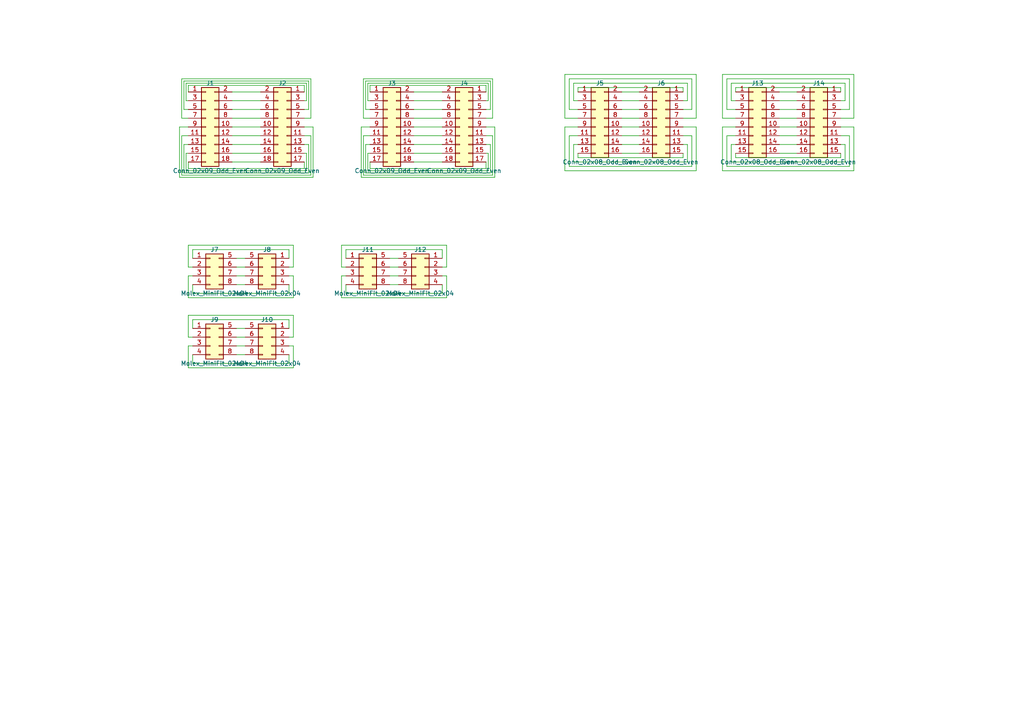
<source format=kicad_sch>
(kicad_sch (version 20230121) (generator eeschema)
  (paper "A4")
  (lib_symbols
    (symbol "Back-Connector-Board-rescue:Conn_02x04_Top_Bottom" (pin_names (offset 1.016) hide)
      (property "Reference" "J" (at 1.27 5.08 0))
      (property "Value" "Conn_02x04_Top_Bottom" (at 1.27 -7.62 0))
      (symbol "Conn_02x04_Top_Bottom_1_1"
        (rectangle (start -1.27 -4.953) (end 0 -5.207) (stroke (width 0.1524)))
        (rectangle (start -1.27 -2.413) (end 0 -2.667) (stroke (width 0.1524)))
        (rectangle (start -1.27 0.127) (end 0 -0.127) (stroke (width 0.1524)))
        (rectangle (start -1.27 2.667) (end 0 2.413) (stroke (width 0.1524)))
        (rectangle (start -1.27 3.81) (end 3.81 -6.35) (stroke (width 0.254)) (fill (type background)))
        (rectangle (start 3.81 -4.953) (end 2.54 -5.207) (stroke (width 0.1524)))
        (rectangle (start 3.81 -2.413) (end 2.54 -2.667) (stroke (width 0.1524)))
        (rectangle (start 3.81 0.127) (end 2.54 -0.127) (stroke (width 0.1524)))
        (rectangle (start 3.81 2.667) (end 2.54 2.413) (stroke (width 0.1524)))
        (pin passive line (at -5.08 2.54 0) (length 3.81) (name "Pin_1") (number "1"))
        (pin passive line (at -5.08 0 0) (length 3.81) (name "Pin_2") (number "2"))
        (pin passive line (at -5.08 -2.54 0) (length 3.81) (name "Pin_3") (number "3"))
        (pin passive line (at -5.08 -5.08 0) (length 3.81) (name "Pin_4") (number "4"))
        (pin passive line (at 7.62 2.54 180) (length 3.81) (name "Pin_5") (number "5"))
        (pin passive line (at 7.62 0 180) (length 3.81) (name "Pin_6") (number "6"))
        (pin passive line (at 7.62 -2.54 180) (length 3.81) (name "Pin_7") (number "7"))
        (pin passive line (at 7.62 -5.08 180) (length 3.81) (name "Pin_8") (number "8"))
      )
    )
    (symbol "Back-Connector-Board-rescue:Conn_02x08_Odd_Even" (pin_names (offset 1.016) hide)
      (property "Reference" "J" (at 1.27 10.16 0))
      (property "Value" "Conn_02x08_Odd_Even" (at 1.27 -12.7 0))
      (symbol "Conn_02x08_Odd_Even_1_1"
        (rectangle (start -1.27 -10.033) (end 0 -10.287) (stroke (width 0.1524)))
        (rectangle (start -1.27 -7.493) (end 0 -7.747) (stroke (width 0.1524)))
        (rectangle (start -1.27 -4.953) (end 0 -5.207) (stroke (width 0.1524)))
        (rectangle (start -1.27 -2.413) (end 0 -2.667) (stroke (width 0.1524)))
        (rectangle (start -1.27 0.127) (end 0 -0.127) (stroke (width 0.1524)))
        (rectangle (start -1.27 2.667) (end 0 2.413) (stroke (width 0.1524)))
        (rectangle (start -1.27 5.207) (end 0 4.953) (stroke (width 0.1524)))
        (rectangle (start -1.27 7.747) (end 0 7.493) (stroke (width 0.1524)))
        (rectangle (start -1.27 8.89) (end 3.81 -11.43) (stroke (width 0.254)) (fill (type background)))
        (rectangle (start 3.81 -10.033) (end 2.54 -10.287) (stroke (width 0.1524)))
        (rectangle (start 3.81 -7.493) (end 2.54 -7.747) (stroke (width 0.1524)))
        (rectangle (start 3.81 -4.953) (end 2.54 -5.207) (stroke (width 0.1524)))
        (rectangle (start 3.81 -2.413) (end 2.54 -2.667) (stroke (width 0.1524)))
        (rectangle (start 3.81 0.127) (end 2.54 -0.127) (stroke (width 0.1524)))
        (rectangle (start 3.81 2.667) (end 2.54 2.413) (stroke (width 0.1524)))
        (rectangle (start 3.81 5.207) (end 2.54 4.953) (stroke (width 0.1524)))
        (rectangle (start 3.81 7.747) (end 2.54 7.493) (stroke (width 0.1524)))
        (pin passive line (at -5.08 7.62 0) (length 3.81) (name "Pin_1") (number "1"))
        (pin passive line (at 7.62 -2.54 180) (length 3.81) (name "Pin_10") (number "10"))
        (pin passive line (at -5.08 -5.08 0) (length 3.81) (name "Pin_11") (number "11"))
        (pin passive line (at 7.62 -5.08 180) (length 3.81) (name "Pin_12") (number "12"))
        (pin passive line (at -5.08 -7.62 0) (length 3.81) (name "Pin_13") (number "13"))
        (pin passive line (at 7.62 -7.62 180) (length 3.81) (name "Pin_14") (number "14"))
        (pin passive line (at -5.08 -10.16 0) (length 3.81) (name "Pin_15") (number "15"))
        (pin passive line (at 7.62 -10.16 180) (length 3.81) (name "Pin_16") (number "16"))
        (pin passive line (at 7.62 7.62 180) (length 3.81) (name "Pin_2") (number "2"))
        (pin passive line (at -5.08 5.08 0) (length 3.81) (name "Pin_3") (number "3"))
        (pin passive line (at 7.62 5.08 180) (length 3.81) (name "Pin_4") (number "4"))
        (pin passive line (at -5.08 2.54 0) (length 3.81) (name "Pin_5") (number "5"))
        (pin passive line (at 7.62 2.54 180) (length 3.81) (name "Pin_6") (number "6"))
        (pin passive line (at -5.08 0 0) (length 3.81) (name "Pin_7") (number "7"))
        (pin passive line (at 7.62 0 180) (length 3.81) (name "Pin_8") (number "8"))
        (pin passive line (at -5.08 -2.54 0) (length 3.81) (name "Pin_9") (number "9"))
      )
    )
    (symbol "Back-Connector-Board-rescue:Conn_02x09_Odd_Even" (pin_names (offset 1.016) hide)
      (property "Reference" "J" (at 1.27 12.7 0))
      (property "Value" "Conn_02x09_Odd_Even" (at 1.27 -12.7 0))
      (symbol "Conn_02x09_Odd_Even_1_1"
        (rectangle (start -1.27 -10.033) (end 0 -10.287) (stroke (width 0.1524)))
        (rectangle (start -1.27 -7.493) (end 0 -7.747) (stroke (width 0.1524)))
        (rectangle (start -1.27 -4.953) (end 0 -5.207) (stroke (width 0.1524)))
        (rectangle (start -1.27 -2.413) (end 0 -2.667) (stroke (width 0.1524)))
        (rectangle (start -1.27 0.127) (end 0 -0.127) (stroke (width 0.1524)))
        (rectangle (start -1.27 2.667) (end 0 2.413) (stroke (width 0.1524)))
        (rectangle (start -1.27 5.207) (end 0 4.953) (stroke (width 0.1524)))
        (rectangle (start -1.27 7.747) (end 0 7.493) (stroke (width 0.1524)))
        (rectangle (start -1.27 10.287) (end 0 10.033) (stroke (width 0.1524)))
        (rectangle (start -1.27 11.43) (end 3.81 -11.43) (stroke (width 0.254)) (fill (type background)))
        (rectangle (start 3.81 -10.033) (end 2.54 -10.287) (stroke (width 0.1524)))
        (rectangle (start 3.81 -7.493) (end 2.54 -7.747) (stroke (width 0.1524)))
        (rectangle (start 3.81 -4.953) (end 2.54 -5.207) (stroke (width 0.1524)))
        (rectangle (start 3.81 -2.413) (end 2.54 -2.667) (stroke (width 0.1524)))
        (rectangle (start 3.81 0.127) (end 2.54 -0.127) (stroke (width 0.1524)))
        (rectangle (start 3.81 2.667) (end 2.54 2.413) (stroke (width 0.1524)))
        (rectangle (start 3.81 5.207) (end 2.54 4.953) (stroke (width 0.1524)))
        (rectangle (start 3.81 7.747) (end 2.54 7.493) (stroke (width 0.1524)))
        (rectangle (start 3.81 10.287) (end 2.54 10.033) (stroke (width 0.1524)))
        (pin passive line (at -5.08 10.16 0) (length 3.81) (name "Pin_1") (number "1"))
        (pin passive line (at 7.62 0 180) (length 3.81) (name "Pin_10") (number "10"))
        (pin passive line (at -5.08 -2.54 0) (length 3.81) (name "Pin_11") (number "11"))
        (pin passive line (at 7.62 -2.54 180) (length 3.81) (name "Pin_12") (number "12"))
        (pin passive line (at -5.08 -5.08 0) (length 3.81) (name "Pin_13") (number "13"))
        (pin passive line (at 7.62 -5.08 180) (length 3.81) (name "Pin_14") (number "14"))
        (pin passive line (at -5.08 -7.62 0) (length 3.81) (name "Pin_15") (number "15"))
        (pin passive line (at 7.62 -7.62 180) (length 3.81) (name "Pin_16") (number "16"))
        (pin passive line (at -5.08 -10.16 0) (length 3.81) (name "Pin_17") (number "17"))
        (pin passive line (at 7.62 -10.16 180) (length 3.81) (name "Pin_18") (number "18"))
        (pin passive line (at 7.62 10.16 180) (length 3.81) (name "Pin_2") (number "2"))
        (pin passive line (at -5.08 7.62 0) (length 3.81) (name "Pin_3") (number "3"))
        (pin passive line (at 7.62 7.62 180) (length 3.81) (name "Pin_4") (number "4"))
        (pin passive line (at -5.08 5.08 0) (length 3.81) (name "Pin_5") (number "5"))
        (pin passive line (at 7.62 5.08 180) (length 3.81) (name "Pin_6") (number "6"))
        (pin passive line (at -5.08 2.54 0) (length 3.81) (name "Pin_7") (number "7"))
        (pin passive line (at 7.62 2.54 180) (length 3.81) (name "Pin_8") (number "8"))
        (pin passive line (at -5.08 0 0) (length 3.81) (name "Pin_9") (number "9"))
      )
    )
  )
  (wire (pts (xy 55.88 100.33) (xy 54.61 100.33)))
  (wire (pts (xy 246.38 48.26) (xy 210.82 48.26)))
  (wire (pts (xy 90.17 50.8) (xy 90.17 39.37)))
  (wire (pts (xy 213.36 29.21) (xy 212.09 29.21)))
  (wire (pts (xy 106.68 49.53) (xy 141.605 49.53)))
  (wire (pts (xy 246.38 31.75) (xy 246.38 22.86)))
  (wire (pts (xy 54.61 97.79) (xy 55.88 97.79)))
  (wire (pts (xy 85.09 71.12) (xy 54.61 71.12)))
  (wire (pts (xy 129.54 86.36) (xy 129.54 80.01)))
  (wire (pts (xy 198.12 25.4) (xy 167.64 25.4)))
  (wire (pts (xy 210.82 48.26) (xy 210.82 39.37)))
  (wire (pts (xy 53.975 29.21) (xy 53.975 24.13)))
  (wire (pts (xy 180.34 26.67) (xy 185.42 26.67)))
  (wire (pts (xy 68.58 100.33) (xy 71.12 100.33)))
  (wire (pts (xy 120.015 39.37) (xy 128.27 39.37)))
  (wire (pts (xy 167.64 45.72) (xy 167.64 44.45)))
  (wire (pts (xy 198.12 44.45) (xy 198.12 45.72)))
  (wire (pts (xy 105.41 34.29) (xy 105.41 22.86)))
  (wire (pts (xy 142.875 50.8) (xy 142.875 39.37)))
  (wire (pts (xy 107.315 36.83) (xy 104.775 36.83)))
  (wire (pts (xy 143.51 36.83) (xy 140.97 36.83)))
  (wire (pts (xy 180.34 31.75) (xy 185.42 31.75)))
  (wire (pts (xy 53.34 31.75) (xy 53.34 23.495)))
  (wire (pts (xy 226.06 34.29) (xy 231.14 34.29)))
  (wire (pts (xy 120.015 46.99) (xy 128.27 46.99)))
  (wire (pts (xy 54.61 34.29) (xy 52.705 34.29)))
  (wire (pts (xy 53.975 44.45) (xy 53.975 49.53)))
  (wire (pts (xy 226.06 44.45) (xy 231.14 44.45)))
  (wire (pts (xy 243.84 25.4) (xy 213.36 25.4)))
  (wire (pts (xy 104.775 51.435) (xy 143.51 51.435)))
  (wire (pts (xy 200.66 48.26) (xy 165.1 48.26)))
  (wire (pts (xy 165.1 48.26) (xy 165.1 39.37)))
  (wire (pts (xy 199.39 29.21) (xy 198.12 29.21)))
  (wire (pts (xy 53.975 49.53) (xy 88.9 49.53)))
  (wire (pts (xy 141.605 29.21) (xy 140.97 29.21)))
  (wire (pts (xy 180.34 39.37) (xy 185.42 39.37)))
  (wire (pts (xy 89.535 31.75) (xy 88.265 31.75)))
  (wire (pts (xy 105.41 22.86) (xy 142.875 22.86)))
  (wire (pts (xy 106.68 44.45) (xy 106.68 49.53)))
  (wire (pts (xy 210.82 39.37) (xy 213.36 39.37)))
  (wire (pts (xy 67.31 34.29) (xy 75.565 34.29)))
  (wire (pts (xy 54.61 80.01) (xy 54.61 86.36)))
  (wire (pts (xy 245.11 46.99) (xy 245.11 41.91)))
  (wire (pts (xy 99.06 80.01) (xy 99.06 86.36)))
  (wire (pts (xy 246.38 39.37) (xy 246.38 48.26)))
  (wire (pts (xy 107.315 44.45) (xy 106.68 44.45)))
  (wire (pts (xy 85.09 80.01) (xy 83.82 80.01)))
  (wire (pts (xy 213.36 41.91) (xy 212.09 41.91)))
  (wire (pts (xy 163.83 21.59) (xy 201.93 21.59)))
  (wire (pts (xy 67.31 41.91) (xy 75.565 41.91)))
  (wire (pts (xy 226.06 29.21) (xy 231.14 29.21)))
  (wire (pts (xy 210.82 31.75) (xy 213.36 31.75)))
  (wire (pts (xy 167.64 36.83) (xy 163.83 36.83)))
  (wire (pts (xy 52.705 34.29) (xy 52.705 22.86)))
  (wire (pts (xy 107.315 39.37) (xy 105.41 39.37)))
  (wire (pts (xy 54.61 48.895) (xy 88.265 48.895)))
  (wire (pts (xy 128.27 77.47) (xy 129.54 77.47)))
  (wire (pts (xy 107.315 26.67) (xy 107.315 24.765)))
  (wire (pts (xy 163.83 36.83) (xy 163.83 49.53)))
  (wire (pts (xy 209.55 36.83) (xy 209.55 49.53)))
  (wire (pts (xy 83.82 92.71) (xy 83.82 95.25)))
  (wire (pts (xy 226.06 39.37) (xy 231.14 39.37)))
  (wire (pts (xy 90.805 36.83) (xy 88.265 36.83)))
  (wire (pts (xy 213.36 36.83) (xy 209.55 36.83)))
  (wire (pts (xy 54.61 77.47) (xy 55.88 77.47)))
  (wire (pts (xy 120.015 29.21) (xy 128.27 29.21)))
  (wire (pts (xy 68.58 77.47) (xy 71.12 77.47)))
  (wire (pts (xy 167.64 34.29) (xy 163.83 34.29)))
  (wire (pts (xy 67.31 39.37) (xy 75.565 39.37)))
  (wire (pts (xy 163.83 34.29) (xy 163.83 21.59)))
  (wire (pts (xy 140.97 48.895) (xy 140.97 46.99)))
  (wire (pts (xy 68.58 97.79) (xy 71.12 97.79)))
  (wire (pts (xy 54.61 106.68) (xy 85.09 106.68)))
  (wire (pts (xy 99.06 77.47) (xy 100.33 77.47)))
  (wire (pts (xy 212.09 46.99) (xy 245.11 46.99)))
  (wire (pts (xy 88.9 49.53) (xy 88.9 44.45)))
  (wire (pts (xy 129.54 77.47) (xy 129.54 71.12)))
  (wire (pts (xy 54.61 44.45) (xy 53.975 44.45)))
  (wire (pts (xy 213.36 25.4) (xy 213.36 26.67)))
  (wire (pts (xy 226.06 41.91) (xy 231.14 41.91)))
  (wire (pts (xy 120.015 44.45) (xy 128.27 44.45)))
  (wire (pts (xy 141.605 49.53) (xy 141.605 44.45)))
  (wire (pts (xy 55.88 80.01) (xy 54.61 80.01)))
  (wire (pts (xy 55.88 92.71) (xy 83.82 92.71)))
  (wire (pts (xy 165.1 31.75) (xy 167.64 31.75)))
  (wire (pts (xy 200.66 22.86) (xy 165.1 22.86)))
  (wire (pts (xy 226.06 36.83) (xy 231.14 36.83)))
  (wire (pts (xy 209.55 34.29) (xy 209.55 21.59)))
  (wire (pts (xy 54.61 86.36) (xy 85.09 86.36)))
  (wire (pts (xy 106.68 29.21) (xy 106.68 24.13)))
  (wire (pts (xy 52.705 22.86) (xy 90.17 22.86)))
  (wire (pts (xy 140.97 24.765) (xy 140.97 26.67)))
  (wire (pts (xy 85.09 77.47) (xy 85.09 71.12)))
  (wire (pts (xy 90.17 22.86) (xy 90.17 34.29)))
  (wire (pts (xy 141.605 24.13) (xy 141.605 29.21)))
  (wire (pts (xy 180.34 44.45) (xy 185.42 44.45)))
  (wire (pts (xy 105.41 50.8) (xy 142.875 50.8)))
  (wire (pts (xy 107.315 29.21) (xy 106.68 29.21)))
  (wire (pts (xy 107.315 41.91) (xy 106.045 41.91)))
  (wire (pts (xy 142.24 31.75) (xy 140.97 31.75)))
  (wire (pts (xy 54.61 29.21) (xy 53.975 29.21)))
  (wire (pts (xy 88.9 24.13) (xy 88.9 29.21)))
  (wire (pts (xy 107.315 48.895) (xy 140.97 48.895)))
  (wire (pts (xy 113.03 77.47) (xy 115.57 77.47)))
  (wire (pts (xy 54.61 39.37) (xy 52.705 39.37)))
  (wire (pts (xy 198.12 31.75) (xy 200.66 31.75)))
  (wire (pts (xy 105.41 39.37) (xy 105.41 50.8)))
  (wire (pts (xy 106.045 23.495) (xy 142.24 23.495)))
  (wire (pts (xy 52.705 39.37) (xy 52.705 50.8)))
  (wire (pts (xy 245.11 24.13) (xy 245.11 29.21)))
  (wire (pts (xy 107.315 24.765) (xy 140.97 24.765)))
  (wire (pts (xy 100.33 72.39) (xy 128.27 72.39)))
  (wire (pts (xy 90.805 51.435) (xy 90.805 36.83)))
  (wire (pts (xy 247.65 21.59) (xy 247.65 34.29)))
  (wire (pts (xy 199.39 46.99) (xy 199.39 41.91)))
  (wire (pts (xy 243.84 44.45) (xy 243.84 45.72)))
  (wire (pts (xy 180.34 34.29) (xy 185.42 34.29)))
  (wire (pts (xy 142.24 23.495) (xy 142.24 31.75)))
  (wire (pts (xy 129.54 71.12) (xy 99.06 71.12)))
  (wire (pts (xy 129.54 80.01) (xy 128.27 80.01)))
  (wire (pts (xy 54.61 36.83) (xy 52.07 36.83)))
  (wire (pts (xy 83.82 97.79) (xy 85.09 97.79)))
  (wire (pts (xy 85.09 106.68) (xy 85.09 100.33)))
  (wire (pts (xy 247.65 34.29) (xy 243.84 34.29)))
  (wire (pts (xy 88.9 44.45) (xy 88.265 44.45)))
  (wire (pts (xy 83.82 102.87) (xy 83.82 105.41)))
  (wire (pts (xy 200.66 31.75) (xy 200.66 22.86)))
  (wire (pts (xy 198.12 39.37) (xy 200.66 39.37)))
  (wire (pts (xy 88.9 29.21) (xy 88.265 29.21)))
  (wire (pts (xy 226.06 31.75) (xy 231.14 31.75)))
  (wire (pts (xy 142.24 41.91) (xy 140.97 41.91)))
  (wire (pts (xy 199.39 24.13) (xy 199.39 29.21)))
  (wire (pts (xy 212.09 29.21) (xy 212.09 24.13)))
  (wire (pts (xy 100.33 80.01) (xy 99.06 80.01)))
  (wire (pts (xy 89.535 23.495) (xy 89.535 31.75)))
  (wire (pts (xy 85.09 100.33) (xy 83.82 100.33)))
  (wire (pts (xy 53.975 24.13) (xy 88.9 24.13)))
  (wire (pts (xy 53.34 50.165) (xy 89.535 50.165)))
  (wire (pts (xy 85.09 86.36) (xy 85.09 80.01)))
  (wire (pts (xy 245.11 41.91) (xy 243.84 41.91)))
  (wire (pts (xy 166.37 24.13) (xy 199.39 24.13)))
  (wire (pts (xy 52.07 36.83) (xy 52.07 51.435)))
  (wire (pts (xy 54.61 24.765) (xy 88.265 24.765)))
  (wire (pts (xy 243.84 45.72) (xy 213.36 45.72)))
  (wire (pts (xy 199.39 41.91) (xy 198.12 41.91)))
  (wire (pts (xy 55.88 105.41) (xy 55.88 102.87)))
  (wire (pts (xy 243.84 26.67) (xy 243.84 25.4)))
  (wire (pts (xy 142.875 34.29) (xy 140.97 34.29)))
  (wire (pts (xy 83.82 77.47) (xy 85.09 77.47)))
  (wire (pts (xy 243.84 31.75) (xy 246.38 31.75)))
  (wire (pts (xy 107.315 34.29) (xy 105.41 34.29)))
  (wire (pts (xy 52.07 51.435) (xy 90.805 51.435)))
  (wire (pts (xy 167.64 25.4) (xy 167.64 26.67)))
  (wire (pts (xy 89.535 50.165) (xy 89.535 41.91)))
  (wire (pts (xy 210.82 22.86) (xy 210.82 31.75)))
  (wire (pts (xy 67.31 26.67) (xy 75.565 26.67)))
  (wire (pts (xy 113.03 74.93) (xy 115.57 74.93)))
  (wire (pts (xy 54.61 100.33) (xy 54.61 106.68)))
  (wire (pts (xy 54.61 71.12) (xy 54.61 77.47)))
  (wire (pts (xy 67.31 44.45) (xy 75.565 44.45)))
  (wire (pts (xy 120.015 34.29) (xy 128.27 34.29)))
  (wire (pts (xy 212.09 24.13) (xy 245.11 24.13)))
  (wire (pts (xy 201.93 34.29) (xy 198.12 34.29)))
  (wire (pts (xy 68.58 95.25) (xy 71.12 95.25)))
  (wire (pts (xy 180.34 29.21) (xy 185.42 29.21)))
  (wire (pts (xy 67.31 46.99) (xy 75.565 46.99)))
  (wire (pts (xy 54.61 41.91) (xy 53.34 41.91)))
  (wire (pts (xy 83.82 105.41) (xy 55.88 105.41)))
  (wire (pts (xy 55.88 85.09) (xy 55.88 82.55)))
  (wire (pts (xy 246.38 22.86) (xy 210.82 22.86)))
  (wire (pts (xy 90.17 34.29) (xy 88.265 34.29)))
  (wire (pts (xy 55.88 74.93) (xy 55.88 72.39)))
  (wire (pts (xy 68.58 80.01) (xy 71.12 80.01)))
  (wire (pts (xy 67.31 31.75) (xy 75.565 31.75)))
  (wire (pts (xy 165.1 22.86) (xy 165.1 31.75)))
  (wire (pts (xy 226.06 26.67) (xy 231.14 26.67)))
  (wire (pts (xy 88.265 24.765) (xy 88.265 26.67)))
  (wire (pts (xy 67.31 36.83) (xy 75.565 36.83)))
  (wire (pts (xy 201.93 49.53) (xy 201.93 36.83)))
  (wire (pts (xy 120.015 31.75) (xy 128.27 31.75)))
  (wire (pts (xy 106.045 50.165) (xy 142.24 50.165)))
  (wire (pts (xy 243.84 39.37) (xy 246.38 39.37)))
  (wire (pts (xy 142.875 39.37) (xy 140.97 39.37)))
  (wire (pts (xy 52.705 50.8) (xy 90.17 50.8)))
  (wire (pts (xy 142.24 50.165) (xy 142.24 41.91)))
  (wire (pts (xy 212.09 41.91) (xy 212.09 46.99)))
  (wire (pts (xy 53.34 41.91) (xy 53.34 50.165)))
  (wire (pts (xy 113.03 82.55) (xy 115.57 82.55)))
  (wire (pts (xy 99.06 71.12) (xy 99.06 77.47)))
  (wire (pts (xy 54.61 31.75) (xy 53.34 31.75)))
  (wire (pts (xy 85.09 91.44) (xy 54.61 91.44)))
  (wire (pts (xy 141.605 44.45) (xy 140.97 44.45)))
  (wire (pts (xy 198.12 45.72) (xy 167.64 45.72)))
  (wire (pts (xy 54.61 91.44) (xy 54.61 97.79)))
  (wire (pts (xy 247.65 36.83) (xy 243.84 36.83)))
  (wire (pts (xy 113.03 80.01) (xy 115.57 80.01)))
  (wire (pts (xy 120.015 36.83) (xy 128.27 36.83)))
  (wire (pts (xy 100.33 85.09) (xy 100.33 82.55)))
  (wire (pts (xy 245.11 29.21) (xy 243.84 29.21)))
  (wire (pts (xy 83.82 72.39) (xy 83.82 74.93)))
  (wire (pts (xy 128.27 72.39) (xy 128.27 74.93)))
  (wire (pts (xy 201.93 36.83) (xy 198.12 36.83)))
  (wire (pts (xy 209.55 21.59) (xy 247.65 21.59)))
  (wire (pts (xy 198.12 26.67) (xy 198.12 25.4)))
  (wire (pts (xy 180.34 41.91) (xy 185.42 41.91)))
  (wire (pts (xy 54.61 46.99) (xy 54.61 48.895)))
  (wire (pts (xy 180.34 36.83) (xy 185.42 36.83)))
  (wire (pts (xy 83.82 85.09) (xy 55.88 85.09)))
  (wire (pts (xy 209.55 49.53) (xy 247.65 49.53)))
  (wire (pts (xy 99.06 86.36) (xy 129.54 86.36)))
  (wire (pts (xy 107.315 31.75) (xy 106.045 31.75)))
  (wire (pts (xy 67.31 29.21) (xy 75.565 29.21)))
  (wire (pts (xy 90.17 39.37) (xy 88.265 39.37)))
  (wire (pts (xy 200.66 39.37) (xy 200.66 48.26)))
  (wire (pts (xy 106.045 31.75) (xy 106.045 23.495)))
  (wire (pts (xy 55.88 72.39) (xy 83.82 72.39)))
  (wire (pts (xy 107.315 46.99) (xy 107.315 48.895)))
  (wire (pts (xy 106.045 41.91) (xy 106.045 50.165)))
  (wire (pts (xy 163.83 49.53) (xy 201.93 49.53)))
  (wire (pts (xy 55.88 95.25) (xy 55.88 92.71)))
  (wire (pts (xy 68.58 82.55) (xy 71.12 82.55)))
  (wire (pts (xy 85.09 97.79) (xy 85.09 91.44)))
  (wire (pts (xy 166.37 29.21) (xy 166.37 24.13)))
  (wire (pts (xy 167.64 41.91) (xy 166.37 41.91)))
  (wire (pts (xy 165.1 39.37) (xy 167.64 39.37)))
  (wire (pts (xy 213.36 45.72) (xy 213.36 44.45)))
  (wire (pts (xy 142.875 22.86) (xy 142.875 34.29)))
  (wire (pts (xy 167.64 29.21) (xy 166.37 29.21)))
  (wire (pts (xy 83.82 82.55) (xy 83.82 85.09)))
  (wire (pts (xy 89.535 41.91) (xy 88.265 41.91)))
  (wire (pts (xy 128.27 85.09) (xy 100.33 85.09)))
  (wire (pts (xy 88.265 48.895) (xy 88.265 46.99)))
  (wire (pts (xy 104.775 36.83) (xy 104.775 51.435)))
  (wire (pts (xy 166.37 41.91) (xy 166.37 46.99)))
  (wire (pts (xy 128.27 82.55) (xy 128.27 85.09)))
  (wire (pts (xy 120.015 41.91) (xy 128.27 41.91)))
  (wire (pts (xy 54.61 26.67) (xy 54.61 24.765)))
  (wire (pts (xy 247.65 49.53) (xy 247.65 36.83)))
  (wire (pts (xy 100.33 74.93) (xy 100.33 72.39)))
  (wire (pts (xy 143.51 51.435) (xy 143.51 36.83)))
  (wire (pts (xy 68.58 74.93) (xy 71.12 74.93)))
  (wire (pts (xy 53.34 23.495) (xy 89.535 23.495)))
  (wire (pts (xy 166.37 46.99) (xy 199.39 46.99)))
  (wire (pts (xy 106.68 24.13) (xy 141.605 24.13)))
  (wire (pts (xy 201.93 21.59) (xy 201.93 34.29)))
  (wire (pts (xy 68.58 102.87) (xy 71.12 102.87)))
  (wire (pts (xy 213.36 34.29) (xy 209.55 34.29)))
  (wire (pts (xy 120.015 26.67) (xy 128.27 26.67)))
  (symbol (lib_id "Back-Connector-Board-rescue:Conn_02x09_Odd_Even") (at 59.69 36.83 0) (unit 1)
    (property "Reference" "J1" (at 60.96 24.13 0))
    (property "Value" "Conn_02x09_Odd_Even" (at 60.96 49.53 0))
    (property "Footprint" "USST-footprints:USBA_3.0_Stacked_Vertical-Molex_48409" (effects hide))
  )
  (symbol (lib_id "Back-Connector-Board-rescue:Conn_02x09_Odd_Even") (at 83.185 36.83 0) (mirror y) (unit 1)
    (property "Reference" "J2" (at 81.915 24.13 0))
    (property "Value" "Conn_02x09_Odd_Even" (at 81.915 49.53 0))
    (property "Footprint" "USST-footprints:USBA_3.0_Stacked_Vertical-Molex_48409" (effects hide))
  )
  (symbol (lib_id "Back-Connector-Board-rescue:Conn_02x09_Odd_Even") (at 112.395 36.83 0) (unit 1)
    (property "Reference" "J3" (at 113.665 24.13 0))
    (property "Value" "Conn_02x09_Odd_Even" (at 113.665 49.53 0))
    (property "Footprint" "USST-footprints:USBA_3.0_Stacked_Vertical-Molex_48409" (effects hide))
  )
  (symbol (lib_id "Back-Connector-Board-rescue:Conn_02x09_Odd_Even") (at 135.89 36.83 0) (mirror y) (unit 1)
    (property "Reference" "J4" (at 134.62 24.13 0))
    (property "Value" "Conn_02x09_Odd_Even" (at 134.62 49.53 0))
    (property "Footprint" "USST-footprints:USBA_3.0_Stacked_Vertical-Molex_48409" (effects hide))
  )
  (symbol (lib_id "Back-Connector-Board-rescue:Conn_02x08_Odd_Even") (at 172.72 34.29 0) (unit 1)
    (property "Reference" "J5" (at 173.99 24.13 0))
    (property "Value" "Conn_02x08_Odd_Even" (at 173.99 46.99 0))
    (property "Footprint" "Pin_Headers:Pin_Header_Straight_2x08_Pitch2.54mm" (effects hide))
  )
  (symbol (lib_id "Back-Connector-Board-rescue:Conn_02x08_Odd_Even") (at 193.04 34.29 0) (mirror y) (unit 1)
    (property "Reference" "J6" (at 191.77 24.13 0))
    (property "Value" "Conn_02x08_Odd_Even" (at 191.77 46.99 0))
    (property "Footprint" "Pin_Headers:Pin_Header_Straight_2x08_Pitch2.54mm" (effects hide))
  )
  (symbol (lib_id "Back-Connector-Board-rescue:Conn_02x04_Top_Bottom") (at 60.96 77.47 0) (unit 1)
    (property "Reference" "J7" (at 62.23 72.39 0))
    (property "Value" "Molex_MiniFit_02x04" (at 62.23 85.09 0))
    (property "Footprint" "USST-footprints:Molex_MiniFit-JR_5566-08A_02x04x4.2_Vertical" (effects hide))
  )
  (symbol (lib_id "Back-Connector-Board-rescue:Conn_02x04_Top_Bottom") (at 78.74 77.47 0) (mirror y) (unit 1)
    (property "Reference" "J8" (at 77.47 72.39 0))
    (property "Value" "Molex_MiniFit_02x04" (at 77.47 85.09 0))
    (property "Footprint" "USST-footprints:Molex_MiniFit-JR_5566-08A_02x04x4.2_Vertical" (effects hide))
  )
  (symbol (lib_id "Back-Connector-Board-rescue:Conn_02x04_Top_Bottom") (at 105.41 77.47 0) (unit 1)
    (property "Reference" "J11" (at 106.68 72.39 0))
    (property "Value" "Molex_MiniFit_02x04" (at 106.68 85.09 0))
    (property "Footprint" "USST-footprints:Molex_MiniFit-JR_5566-08A_02x04x4.2_Vertical" (effects hide))
  )
  (symbol (lib_id "Back-Connector-Board-rescue:Conn_02x04_Top_Bottom") (at 123.19 77.47 0) (mirror y) (unit 1)
    (property "Reference" "J12" (at 121.92 72.39 0))
    (property "Value" "Molex_MiniFit_02x04" (at 121.92 85.09 0))
    (property "Footprint" "USST-footprints:Molex_MiniFit-JR_5566-08A_02x04x4.2_Vertical" (effects hide))
  )
  (symbol (lib_id "Back-Connector-Board-rescue:Conn_02x04_Top_Bottom") (at 60.96 97.79 0) (unit 1)
    (property "Reference" "J9" (at 62.23 92.71 0))
    (property "Value" "Molex_MiniFit_02x04" (at 62.23 105.41 0))
    (property "Footprint" "USST-footprints:Molex_MiniFit-JR_5566-08A_02x04x4.2_Vertical" (effects hide))
  )
  (symbol (lib_id "Back-Connector-Board-rescue:Conn_02x04_Top_Bottom") (at 78.74 97.79 0) (mirror y) (unit 1)
    (property "Reference" "J10" (at 77.47 92.71 0))
    (property "Value" "Molex_MiniFit_02x04" (at 77.47 105.41 0))
    (property "Footprint" "USST-footprints:Molex_MiniFit-JR_5566-08A_02x04x4.2_Vertical" (effects hide))
  )
  (symbol (lib_id "Back-Connector-Board-rescue:Conn_02x08_Odd_Even") (at 218.44 34.29 0) (unit 1)
    (property "Reference" "J13" (at 219.71 24.13 0))
    (property "Value" "Conn_02x08_Odd_Even" (at 219.71 46.99 0))
    (property "Footprint" "Pin_Headers:Pin_Header_Straight_2x08_Pitch2.54mm" (effects hide))
  )
  (symbol (lib_id "Back-Connector-Board-rescue:Conn_02x08_Odd_Even") (at 238.76 34.29 0) (mirror y) (unit 1)
    (property "Reference" "J14" (at 237.49 24.13 0))
    (property "Value" "Conn_02x08_Odd_Even" (at 237.49 46.99 0))
    (property "Footprint" "Pin_Headers:Pin_Header_Straight_2x08_Pitch2.54mm" (effects hide))
  )
)
</source>
